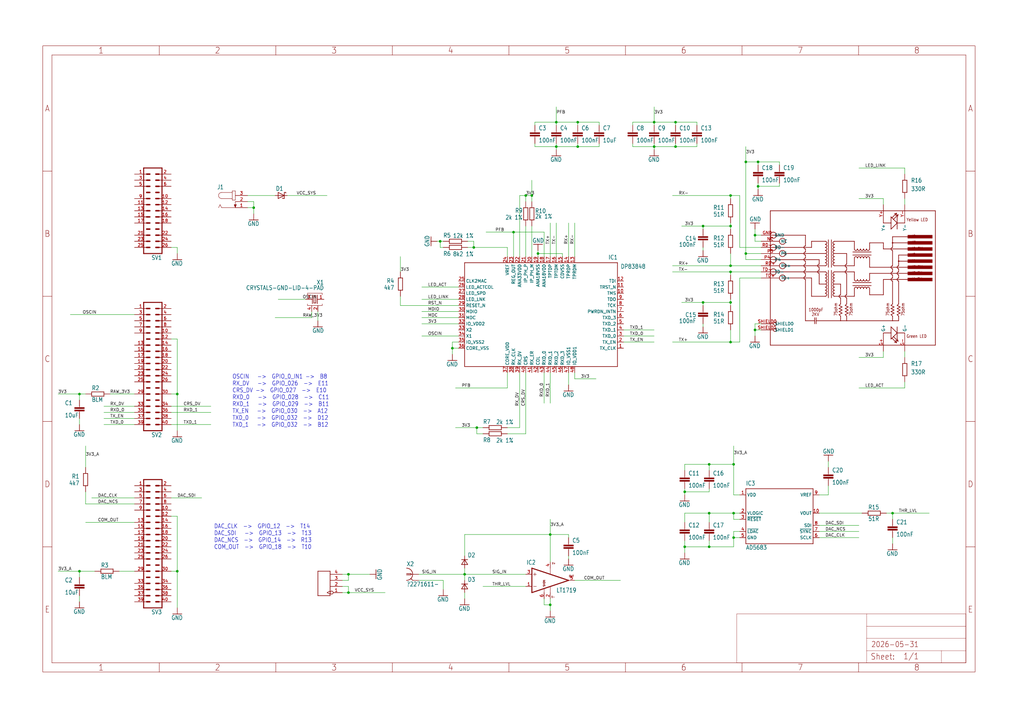
<source format=kicad_sch>
(kicad_sch (version 20230121) (generator eeschema)
  (paper "User" 425.45 298.602)
  (junction (at 304.8 193.04))
  (junction (at 271.78 50.8))
  (junction (at 271.78 60.96))
  (junction (at 223.52 105.41))
  (junction (at 182.88 100.33))
  (junction (at 240.03 60.96))
  (junction (at 280.67 50.8))
  (junction (at 309.88 105.41))
  (junction (at 313.69 97.79))
  (junction (at 196.85 102.87))
  (junction (at 294.64 213.36))
  (junction (at 303.53 93.98))
  (junction (at 218.44 81.28))
  (junction (at 303.53 110.49))
  (junction (at 309.88 67.31))
  (junction (at 193.04 238.76))
  (junction (at 303.53 81.28))
  (junction (at 231.14 60.96))
  (junction (at 231.14 50.8))
  (junction (at 292.1 125.73))
  (junction (at 213.36 96.52))
  (junction (at 303.53 113.03))
  (junction (at 313.69 137.16))
  (junction (at 314.96 67.31))
  (junction (at 33.02 163.83))
  (junction (at 314.96 77.47))
  (junction (at 144.78 238.76))
  (junction (at 220.98 81.28))
  (junction (at 304.8 213.36))
  (junction (at 33.02 237.49))
  (junction (at 105.41 86.36))
  (junction (at 303.53 142.24))
  (junction (at 284.48 204.47))
  (junction (at 280.67 60.96))
  (junction (at 198.12 177.8))
  (junction (at 370.84 213.36))
  (junction (at 304.8 223.52))
  (junction (at 73.66 237.49))
  (junction (at 240.03 50.8))
  (junction (at 292.1 93.98))
  (junction (at 144.78 246.38))
  (junction (at 228.6 251.46))
  (junction (at 294.64 193.04))
  (junction (at 228.6 222.25))
  (junction (at 284.48 227.33))
  (junction (at 73.66 163.83))
  (junction (at 303.53 125.73))
  (junction (at 294.64 227.33))
  (junction (at 187.96 144.78))
  (wire (pts (xy 271.78 52.07) (xy 271.78 50.8)) (stroke (width 0.1524)))
  (wire (pts (xy 222.25 50.8) (xy 231.14 50.8)) (stroke (width 0.1524)))
  (wire (pts (xy 228.6 106.68) (xy 228.6 92.71)) (stroke (width 0.1524)))
  (wire (pts (xy 182.88 100.33) (xy 181.61 100.33)) (stroke (width 0.1524)))
  (wire (pts (xy 262.89 60.96) (xy 271.78 60.96)) (stroke (width 0.1524)))
  (wire (pts (xy 213.36 106.68) (xy 213.36 96.52)) (stroke (width 0.1524)))
  (wire (pts (xy 307.34 81.28) (xy 303.53 81.28)) (stroke (width 0.1524)))
  (wire (pts (xy 193.04 236.22) (xy 193.04 238.76)) (stroke (width 0.1524)))
  (wire (pts (xy 228.6 251.46) (xy 228.6 254)) (stroke (width 0.1524)))
  (wire (pts (xy 226.06 96.52) (xy 213.36 96.52)) (stroke (width 0.1524)))
  (wire (pts (xy 144.78 238.76) (xy 153.67 238.76)) (stroke (width 0.1524)))
  (wire (pts (xy 313.69 100.33) (xy 313.69 97.79)) (stroke (width 0.1524)))
  (wire (pts (xy 303.53 113.03) (xy 279.4 113.03)) (stroke (width 0.1524)))
  (wire (pts (xy 236.22 231.14) (xy 236.22 232.41)) (stroke (width 0.1524)))
  (wire (pts (xy 71.12 171.45) (xy 87.63 171.45)) (stroke (width 0.1524)))
  (wire (pts (xy 303.53 92.71) (xy 303.53 93.98)) (stroke (width 0.1524)))
  (wire (pts (xy 303.53 137.16) (xy 303.53 142.24)) (stroke (width 0.1524)))
  (wire (pts (xy 370.84 213.36) (xy 386.08 213.36)) (stroke (width 0.1524)))
  (wire (pts (xy 262.89 52.07) (xy 262.89 50.8)) (stroke (width 0.1524)))
  (wire (pts (xy 45.72 163.83) (xy 55.88 163.83)) (stroke (width 0.1524)))
  (wire (pts (xy 55.88 207.01) (xy 38.1 207.01)) (stroke (width 0.1524)))
  (wire (pts (xy 119.38 81.28) (xy 135.89 81.28)) (stroke (width 0.1524)))
  (wire (pts (xy 142.24 243.84) (xy 144.78 243.84)) (stroke (width 0.1524)))
  (wire (pts (xy 304.8 223.52) (xy 304.8 227.33)) (stroke (width 0.1524)))
  (wire (pts (xy 304.8 213.36) (xy 294.64 213.36)) (stroke (width 0.1524)))
  (wire (pts (xy 184.15 100.33) (xy 182.88 100.33)) (stroke (width 0.1524)))
  (wire (pts (xy 248.92 52.07) (xy 248.92 50.8)) (stroke (width 0.1524)))
  (wire (pts (xy 215.9 106.68) (xy 215.9 81.28)) (stroke (width 0.1524)))
  (wire (pts (xy 314.96 68.58) (xy 314.96 67.31)) (stroke (width 0.1524)))
  (wire (pts (xy 309.88 107.95) (xy 309.88 105.41)) (stroke (width 0.1524)))
  (wire (pts (xy 33.02 163.83) (xy 35.56 163.83)) (stroke (width 0.1524)))
  (wire (pts (xy 194.31 102.87) (xy 196.85 102.87)) (stroke (width 0.1524)))
  (wire (pts (xy 200.66 177.8) (xy 198.12 177.8)) (stroke (width 0.1524)))
  (wire (pts (xy 294.64 203.2) (xy 294.64 204.47)) (stroke (width 0.1524)))
  (wire (pts (xy 307.34 142.24) (xy 303.53 142.24)) (stroke (width 0.1524)))
  (wire (pts (xy 233.68 106.68) (xy 233.68 105.41)) (stroke (width 0.1524)))
  (wire (pts (xy 71.12 163.83) (xy 73.66 163.83)) (stroke (width 0.1524)))
  (wire (pts (xy 262.89 50.8) (xy 271.78 50.8)) (stroke (width 0.1524)))
  (wire (pts (xy 280.67 60.96) (xy 280.67 59.69)) (stroke (width 0.1524)))
  (wire (pts (xy 370.84 223.52) (xy 370.84 226.06)) (stroke (width 0.1524)))
  (wire (pts (xy 24.13 163.83) (xy 33.02 163.83)) (stroke (width 0.1524)))
  (wire (pts (xy 218.44 83.82) (xy 218.44 81.28)) (stroke (width 0.1524)))
  (wire (pts (xy 314.96 78.74) (xy 314.96 77.47)) (stroke (width 0.1524)))
  (wire (pts (xy 71.12 176.53) (xy 87.63 176.53)) (stroke (width 0.1524)))
  (wire (pts (xy 304.8 213.36) (xy 307.34 213.36)) (stroke (width 0.1524)))
  (wire (pts (xy 190.5 127) (xy 166.37 127)) (stroke (width 0.1524)))
  (wire (pts (xy 323.85 68.58) (xy 323.85 67.31)) (stroke (width 0.1524)))
  (wire (pts (xy 215.9 177.8) (xy 215.9 154.94)) (stroke (width 0.1524)))
  (wire (pts (xy 33.02 237.49) (xy 39.37 237.49)) (stroke (width 0.1524)))
  (wire (pts (xy 228.6 233.68) (xy 228.6 222.25)) (stroke (width 0.1524)))
  (wire (pts (xy 340.36 218.44) (xy 356.87 218.44)) (stroke (width 0.1524)))
  (wire (pts (xy 35.56 194.31) (xy 35.56 185.42)) (stroke (width 0.1524)))
  (wire (pts (xy 316.23 100.33) (xy 313.69 100.33)) (stroke (width 0.1524)))
  (wire (pts (xy 71.12 140.97) (xy 73.66 140.97)) (stroke (width 0.1524)))
  (wire (pts (xy 218.44 154.94) (xy 218.44 180.34)) (stroke (width 0.1524)))
  (wire (pts (xy 248.92 59.69) (xy 248.92 60.96)) (stroke (width 0.1524)))
  (wire (pts (xy 238.76 241.3) (xy 257.81 241.3)) (stroke (width 0.1524)))
  (wire (pts (xy 129.54 129.54) (xy 129.54 132.08)) (stroke (width 0.1524)))
  (wire (pts (xy 190.5 142.24) (xy 187.96 142.24)) (stroke (width 0.1524)))
  (wire (pts (xy 226.06 248.92) (xy 226.06 251.46)) (stroke (width 0.1524)))
  (wire (pts (xy 33.02 166.37) (xy 33.02 163.83)) (stroke (width 0.1524)))
  (wire (pts (xy 284.48 227.33) (xy 284.48 224.79)) (stroke (width 0.1524)))
  (wire (pts (xy 144.78 246.38) (xy 142.24 246.38)) (stroke (width 0.1524)))
  (wire (pts (xy 240.03 60.96) (xy 248.92 60.96)) (stroke (width 0.1524)))
  (wire (pts (xy 228.6 248.92) (xy 228.6 251.46)) (stroke (width 0.1524)))
  (wire (pts (xy 215.9 81.28) (xy 218.44 81.28)) (stroke (width 0.1524)))
  (wire (pts (xy 210.82 161.29) (xy 189.23 161.29)) (stroke (width 0.1524)))
  (wire (pts (xy 190.5 139.7) (xy 175.26 139.7)) (stroke (width 0.1524)))
  (wire (pts (xy 49.53 237.49) (xy 55.88 237.49)) (stroke (width 0.1524)))
  (wire (pts (xy 218.44 106.68) (xy 218.44 93.98)) (stroke (width 0.1524)))
  (wire (pts (xy 375.92 158.75) (xy 375.92 161.29)) (stroke (width 0.1524)))
  (wire (pts (xy 193.04 231.14) (xy 193.04 222.25)) (stroke (width 0.1524)))
  (wire (pts (xy 367.03 146.05) (xy 367.03 148.59)) (stroke (width 0.1524)))
  (wire (pts (xy 194.31 100.33) (xy 196.85 100.33)) (stroke (width 0.1524)))
  (wire (pts (xy 222.25 52.07) (xy 222.25 50.8)) (stroke (width 0.1524)))
  (wire (pts (xy 316.23 102.87) (xy 307.34 102.87)) (stroke (width 0.1524)))
  (wire (pts (xy 375.92 85.09) (xy 375.92 82.55)) (stroke (width 0.1524)))
  (wire (pts (xy 190.5 129.54) (xy 175.26 129.54)) (stroke (width 0.1524)))
  (wire (pts (xy 309.88 105.41) (xy 309.88 67.31)) (stroke (width 0.1524)))
  (wire (pts (xy 240.03 60.96) (xy 240.03 59.69)) (stroke (width 0.1524)))
  (wire (pts (xy 210.82 154.94) (xy 210.82 161.29)) (stroke (width 0.1524)))
  (wire (pts (xy 344.17 194.31) (xy 344.17 191.77)) (stroke (width 0.1524)))
  (wire (pts (xy 307.34 220.98) (xy 304.8 220.98)) (stroke (width 0.1524)))
  (wire (pts (xy 226.06 251.46) (xy 228.6 251.46)) (stroke (width 0.1524)))
  (wire (pts (xy 55.88 173.99) (xy 43.18 173.99)) (stroke (width 0.1524)))
  (wire (pts (xy 303.53 114.3) (xy 303.53 113.03)) (stroke (width 0.1524)))
  (wire (pts (xy 73.66 214.63) (xy 73.66 237.49)) (stroke (width 0.1524)))
  (wire (pts (xy 283.21 93.98) (xy 292.1 93.98)) (stroke (width 0.1524)))
  (wire (pts (xy 280.67 60.96) (xy 289.56 60.96)) (stroke (width 0.1524)))
  (wire (pts (xy 231.14 50.8) (xy 240.03 50.8)) (stroke (width 0.1524)))
  (wire (pts (xy 236.22 223.52) (xy 236.22 222.25)) (stroke (width 0.1524)))
  (wire (pts (xy 73.66 163.83) (xy 73.66 179.07)) (stroke (width 0.1524)))
  (wire (pts (xy 294.64 195.58) (xy 294.64 193.04)) (stroke (width 0.1524)))
  (wire (pts (xy 367.03 85.09) (xy 367.03 82.55)) (stroke (width 0.1524)))
  (wire (pts (xy 314.96 77.47) (xy 323.85 77.47)) (stroke (width 0.1524)))
  (wire (pts (xy 71.12 207.01) (xy 83.82 207.01)) (stroke (width 0.1524)))
  (wire (pts (xy 218.44 243.84) (xy 200.66 243.84)) (stroke (width 0.1524)))
  (wire (pts (xy 292.1 135.89) (xy 292.1 134.62)) (stroke (width 0.1524)))
  (wire (pts (xy 144.78 246.38) (xy 160.02 246.38)) (stroke (width 0.1524)))
  (wire (pts (xy 142.24 241.3) (xy 144.78 241.3)) (stroke (width 0.1524)))
  (wire (pts (xy 303.53 82.55) (xy 303.53 81.28)) (stroke (width 0.1524)))
  (wire (pts (xy 303.53 110.49) (xy 279.4 110.49)) (stroke (width 0.1524)))
  (wire (pts (xy 187.96 144.78) (xy 187.96 147.32)) (stroke (width 0.1524)))
  (wire (pts (xy 144.78 243.84) (xy 144.78 246.38)) (stroke (width 0.1524)))
  (wire (pts (xy 166.37 123.19) (xy 166.37 127)) (stroke (width 0.1524)))
  (wire (pts (xy 198.12 180.34) (xy 198.12 177.8)) (stroke (width 0.1524)))
  (wire (pts (xy 367.03 148.59) (xy 356.87 148.59)) (stroke (width 0.1524)))
  (wire (pts (xy 222.25 60.96) (xy 231.14 60.96)) (stroke (width 0.1524)))
  (wire (pts (xy 307.34 215.9) (xy 304.8 215.9)) (stroke (width 0.1524)))
  (wire (pts (xy 55.88 130.81) (xy 29.21 130.81)) (stroke (width 0.1524)))
  (wire (pts (xy 142.24 238.76) (xy 144.78 238.76)) (stroke (width 0.1524)))
  (wire (pts (xy 240.03 50.8) (xy 248.92 50.8)) (stroke (width 0.1524)))
  (wire (pts (xy 231.14 60.96) (xy 240.03 60.96)) (stroke (width 0.1524)))
  (wire (pts (xy 303.53 81.28) (xy 279.4 81.28)) (stroke (width 0.1524)))
  (wire (pts (xy 222.25 59.69) (xy 222.25 60.96)) (stroke (width 0.1524)))
  (wire (pts (xy 323.85 77.47) (xy 323.85 76.2)) (stroke (width 0.1524)))
  (wire (pts (xy 218.44 238.76) (xy 193.04 238.76)) (stroke (width 0.1524)))
  (wire (pts (xy 289.56 60.96) (xy 289.56 59.69)) (stroke (width 0.1524)))
  (wire (pts (xy 71.12 237.49) (xy 73.66 237.49)) (stroke (width 0.1524)))
  (wire (pts (xy 284.48 213.36) (xy 294.64 213.36)) (stroke (width 0.1524)))
  (wire (pts (xy 71.12 168.91) (xy 87.63 168.91)) (stroke (width 0.1524)))
  (wire (pts (xy 304.8 223.52) (xy 307.34 223.52)) (stroke (width 0.1524)))
  (wire (pts (xy 228.6 154.94) (xy 228.6 167.64)) (stroke (width 0.1524)))
  (wire (pts (xy 292.1 125.73) (xy 303.53 125.73)) (stroke (width 0.1524)))
  (wire (pts (xy 292.1 95.25) (xy 292.1 93.98)) (stroke (width 0.1524)))
  (wire (pts (xy 340.36 205.74) (xy 344.17 205.74)) (stroke (width 0.1524)))
  (wire (pts (xy 375.92 148.59) (xy 375.92 146.05)) (stroke (width 0.1524)))
  (wire (pts (xy 210.82 106.68) (xy 210.82 102.87)) (stroke (width 0.1524)))
  (wire (pts (xy 271.78 60.96) (xy 280.67 60.96)) (stroke (width 0.1524)))
  (wire (pts (xy 236.22 222.25) (xy 228.6 222.25)) (stroke (width 0.1524)))
  (wire (pts (xy 213.36 96.52) (xy 201.93 96.52)) (stroke (width 0.1524)))
  (wire (pts (xy 231.14 62.23) (xy 231.14 60.96)) (stroke (width 0.1524)))
  (wire (pts (xy 231.14 52.07) (xy 231.14 50.8)) (stroke (width 0.1524)))
  (wire (pts (xy 303.53 93.98) (xy 303.53 95.25)) (stroke (width 0.1524)))
  (wire (pts (xy 55.88 168.91) (xy 43.18 168.91)) (stroke (width 0.1524)))
  (wire (pts (xy 71.12 102.87) (xy 73.66 102.87)) (stroke (width 0.1524)))
  (wire (pts (xy 340.36 213.36) (xy 358.14 213.36)) (stroke (width 0.1524)))
  (wire (pts (xy 35.56 209.55) (xy 35.56 204.47)) (stroke (width 0.1524)))
  (wire (pts (xy 340.36 223.52) (xy 356.87 223.52)) (stroke (width 0.1524)))
  (wire (pts (xy 284.48 205.74) (xy 284.48 204.47)) (stroke (width 0.1524)))
  (wire (pts (xy 284.48 193.04) (xy 294.64 193.04)) (stroke (width 0.1524)))
  (wire (pts (xy 307.34 205.74) (xy 304.8 205.74)) (stroke (width 0.1524)))
  (wire (pts (xy 316.23 110.49) (xy 303.53 110.49)) (stroke (width 0.1524)))
  (wire (pts (xy 73.66 102.87) (xy 73.66 105.41)) (stroke (width 0.1524)))
  (wire (pts (xy 33.02 250.19) (xy 33.02 247.65)) (stroke (width 0.1524)))
  (wire (pts (xy 102.87 81.28) (xy 114.3 81.28)) (stroke (width 0.1524)))
  (wire (pts (xy 231.14 106.68) (xy 231.14 92.71)) (stroke (width 0.1524)))
  (wire (pts (xy 316.23 137.16) (xy 313.69 137.16)) (stroke (width 0.1524)))
  (wire (pts (xy 193.04 222.25) (xy 228.6 222.25)) (stroke (width 0.1524)))
  (wire (pts (xy 210.82 177.8) (xy 215.9 177.8)) (stroke (width 0.1524)))
  (wire (pts (xy 102.87 83.82) (xy 105.41 83.82)) (stroke (width 0.1524)))
  (wire (pts (xy 129.54 132.08) (xy 114.3 132.08)) (stroke (width 0.1524)))
  (wire (pts (xy 316.23 115.57) (xy 307.34 115.57)) (stroke (width 0.1524)))
  (wire (pts (xy 166.37 113.03) (xy 166.37 106.68)) (stroke (width 0.1524)))
  (wire (pts (xy 182.88 102.87) (xy 182.88 100.33)) (stroke (width 0.1524)))
  (wire (pts (xy 340.36 220.98) (xy 356.87 220.98)) (stroke (width 0.1524)))
  (wire (pts (xy 223.52 105.41) (xy 223.52 104.14)) (stroke (width 0.1524)))
  (wire (pts (xy 55.88 217.17) (xy 35.56 217.17)) (stroke (width 0.1524)))
  (wire (pts (xy 190.5 132.08) (xy 175.26 132.08)) (stroke (width 0.1524)))
  (wire (pts (xy 55.88 171.45) (xy 43.18 171.45)) (stroke (width 0.1524)))
  (wire (pts (xy 316.23 107.95) (xy 309.88 107.95)) (stroke (width 0.1524)))
  (wire (pts (xy 271.78 62.23) (xy 271.78 60.96)) (stroke (width 0.1524)))
  (wire (pts (xy 259.08 139.7) (xy 271.78 139.7)) (stroke (width 0.1524)))
  (wire (pts (xy 280.67 50.8) (xy 289.56 50.8)) (stroke (width 0.1524)))
  (wire (pts (xy 193.04 241.3) (xy 193.04 238.76)) (stroke (width 0.1524)))
  (wire (pts (xy 220.98 74.93) (xy 220.98 81.28)) (stroke (width 0.1524)))
  (wire (pts (xy 368.3 213.36) (xy 370.84 213.36)) (stroke (width 0.1524)))
  (wire (pts (xy 284.48 195.58) (xy 284.48 193.04)) (stroke (width 0.1524)))
  (wire (pts (xy 220.98 106.68) (xy 220.98 93.98)) (stroke (width 0.1524)))
  (wire (pts (xy 304.8 205.74) (xy 304.8 193.04)) (stroke (width 0.1524)))
  (wire (pts (xy 259.08 142.24) (xy 271.78 142.24)) (stroke (width 0.1524)))
  (wire (pts (xy 314.96 67.31) (xy 309.88 67.31)) (stroke (width 0.1524)))
  (wire (pts (xy 304.8 227.33) (xy 294.64 227.33)) (stroke (width 0.1524)))
  (wire (pts (xy 313.69 97.79) (xy 313.69 95.25)) (stroke (width 0.1524)))
  (wire (pts (xy 132.08 133.35) (xy 132.08 129.54)) (stroke (width 0.1524)))
  (wire (pts (xy 228.6 222.25) (xy 228.6 215.9)) (stroke (width 0.1524)))
  (wire (pts (xy 226.06 154.94) (xy 226.06 167.64)) (stroke (width 0.1524)))
  (wire (pts (xy 144.78 241.3) (xy 144.78 238.76)) (stroke (width 0.1524)))
  (wire (pts (xy 284.48 217.17) (xy 284.48 213.36)) (stroke (width 0.1524)))
  (wire (pts (xy 283.21 125.73) (xy 292.1 125.73)) (stroke (width 0.1524)))
  (wire (pts (xy 307.34 102.87) (xy 307.34 81.28)) (stroke (width 0.1524)))
  (wire (pts (xy 238.76 154.94) (xy 238.76 157.48)) (stroke (width 0.1524)))
  (wire (pts (xy 271.78 44.45) (xy 271.78 50.8)) (stroke (width 0.1524)))
  (wire (pts (xy 289.56 50.8) (xy 289.56 52.07)) (stroke (width 0.1524)))
  (wire (pts (xy 238.76 157.48) (xy 247.65 157.48)) (stroke (width 0.1524)))
  (wire (pts (xy 33.02 176.53) (xy 33.02 173.99)) (stroke (width 0.1524)))
  (wire (pts (xy 193.04 248.92) (xy 193.04 246.38)) (stroke (width 0.1524)))
  (wire (pts (xy 220.98 83.82) (xy 220.98 81.28)) (stroke (width 0.1524)))
  (wire (pts (xy 314.96 76.2) (xy 314.96 77.47)) (stroke (width 0.1524)))
  (wire (pts (xy 367.03 82.55) (xy 356.87 82.55)) (stroke (width 0.1524)))
  (wire (pts (xy 316.23 113.03) (xy 303.53 113.03)) (stroke (width 0.1524)))
  (wire (pts (xy 102.87 86.36) (xy 105.41 86.36)) (stroke (width 0.1524)))
  (wire (pts (xy 375.92 161.29) (xy 356.87 161.29)) (stroke (width 0.1524)))
  (wire (pts (xy 184.15 241.3) (xy 184.15 245.11)) (stroke (width 0.1524)))
  (wire (pts (xy 184.15 102.87) (xy 182.88 102.87)) (stroke (width 0.1524)))
  (wire (pts (xy 313.69 134.62) (xy 316.23 134.62)) (stroke (width 0.1524)))
  (wire (pts (xy 24.13 237.49) (xy 33.02 237.49)) (stroke (width 0.1524)))
  (wire (pts (xy 105.41 83.82) (xy 105.41 86.36)) (stroke (width 0.1524)))
  (wire (pts (xy 303.53 105.41) (xy 303.53 110.49)) (stroke (width 0.1524)))
  (wire (pts (xy 280.67 50.8) (xy 271.78 50.8)) (stroke (width 0.1524)))
  (wire (pts (xy 240.03 52.07) (xy 240.03 50.8)) (stroke (width 0.1524)))
  (wire (pts (xy 294.64 224.79) (xy 294.64 227.33)) (stroke (width 0.1524)))
  (wire (pts (xy 284.48 204.47) (xy 284.48 203.2)) (stroke (width 0.1524)))
  (wire (pts (xy 316.23 97.79) (xy 313.69 97.79)) (stroke (width 0.1524)))
  (wire (pts (xy 303.53 124.46) (xy 303.53 125.73)) (stroke (width 0.1524)))
  (wire (pts (xy 292.1 93.98) (xy 303.53 93.98)) (stroke (width 0.1524)))
  (wire (pts (xy 73.66 140.97) (xy 73.66 163.83)) (stroke (width 0.1524)))
  (wire (pts (xy 323.85 67.31) (xy 314.96 67.31)) (stroke (width 0.1524)))
  (wire (pts (xy 210.82 102.87) (xy 196.85 102.87)) (stroke (width 0.1524)))
  (wire (pts (xy 71.12 214.63) (xy 73.66 214.63)) (stroke (width 0.1524)))
  (wire (pts (xy 231.14 59.69) (xy 231.14 60.96)) (stroke (width 0.1524)))
  (wire (pts (xy 309.88 67.31) (xy 309.88 60.96)) (stroke (width 0.1524)))
  (wire (pts (xy 303.53 142.24) (xy 279.4 142.24)) (stroke (width 0.1524)))
  (wire (pts (xy 313.69 137.16) (xy 313.69 134.62)) (stroke (width 0.1524)))
  (wire (pts (xy 200.66 180.34) (xy 198.12 180.34)) (stroke (width 0.1524)))
  (wire (pts (xy 233.68 105.41) (xy 223.52 105.41)) (stroke (width 0.1524)))
  (wire (pts (xy 284.48 229.87) (xy 284.48 227.33)) (stroke (width 0.1524)))
  (wire (pts (xy 190.5 144.78) (xy 187.96 144.78)) (stroke (width 0.1524)))
  (wire (pts (xy 223.52 106.68) (xy 223.52 105.41)) (stroke (width 0.1524)))
  (wire (pts (xy 316.23 105.41) (xy 309.88 105.41)) (stroke (width 0.1524)))
  (wire (pts (xy 294.64 227.33) (xy 284.48 227.33)) (stroke (width 0.1524)))
  (wire (pts (xy 304.8 220.98) (xy 304.8 223.52)) (stroke (width 0.1524)))
  (wire (pts (xy 303.53 125.73) (xy 303.53 127)) (stroke (width 0.1524)))
  (wire (pts (xy 187.96 142.24) (xy 187.96 144.78)) (stroke (width 0.1524)))
  (wire (pts (xy 313.69 139.7) (xy 313.69 137.16)) (stroke (width 0.1524)))
  (wire (pts (xy 33.02 240.03) (xy 33.02 237.49)) (stroke (width 0.1524)))
  (wire (pts (xy 292.1 127) (xy 292.1 125.73)) (stroke (width 0.1524)))
  (wire (pts (xy 294.64 213.36) (xy 294.64 217.17)) (stroke (width 0.1524)))
  (wire (pts (xy 304.8 185.42) (xy 304.8 193.04)) (stroke (width 0.1524)))
  (wire (pts (xy 236.22 106.68) (xy 236.22 92.71)) (stroke (width 0.1524)))
  (wire (pts (xy 236.22 160.02) (xy 236.22 154.94)) (stroke (width 0.1524)))
  (wire (pts (xy 280.67 52.07) (xy 280.67 50.8)) (stroke (width 0.1524)))
  (wire (pts (xy 292.1 104.14) (xy 292.1 102.87)) (stroke (width 0.1524)))
  (wire (pts (xy 370.84 213.36) (xy 370.84 215.9)) (stroke (width 0.1524)))
  (wire (pts (xy 344.17 205.74) (xy 344.17 201.93)) (stroke (width 0.1524)))
  (wire (pts (xy 218.44 81.28) (xy 220.98 81.28)) (stroke (width 0.1524)))
  (wire (pts (xy 375.92 69.85) (xy 356.87 69.85)) (stroke (width 0.1524)))
  (wire (pts (xy 294.64 193.04) (xy 304.8 193.04)) (stroke (width 0.1524)))
  (wire (pts (xy 173.99 241.3) (xy 184.15 241.3)) (stroke (width 0.1524)))
  (wire (pts (xy 259.08 137.16) (xy 271.78 137.16)) (stroke (width 0.1524)))
  (wire (pts (xy 307.34 115.57) (xy 307.34 142.24)) (stroke (width 0.1524)))
  (wire (pts (xy 55.88 209.55) (xy 35.56 209.55)) (stroke (width 0.1524)))
  (wire (pts (xy 271.78 59.69) (xy 271.78 60.96)) (stroke (width 0.1524)))
  (wire (pts (xy 262.89 59.69) (xy 262.89 60.96)) (stroke (width 0.1524)))
  (wire (pts (xy 375.92 72.39) (xy 375.92 69.85)) (stroke (width 0.1524)))
  (wire (pts (xy 231.14 50.8) (xy 231.14 44.45)) (stroke (width 0.1524)))
  (wire (pts (xy 73.66 237.49) (xy 73.66 252.73)) (stroke (width 0.1524)))
  (wire (pts (xy 196.85 100.33) (xy 196.85 102.87)) (stroke (width 0.1524)))
  (wire (pts (xy 226.06 106.68) (xy 226.06 96.52)) (stroke (width 0.1524)))
  (wire (pts (xy 190.5 124.46) (xy 175.26 124.46)) (stroke (width 0.1524)))
  (wire (pts (xy 190.5 119.38) (xy 175.26 119.38)) (stroke (width 0.1524)))
  (wire (pts (xy 304.8 215.9) (xy 304.8 213.36)) (stroke (width 0.1524)))
  (wire (pts (xy 294.64 204.47) (xy 284.48 204.47)) (stroke (width 0.1524)))
  (wire (pts (xy 190.5 134.62) (xy 175.26 134.62)) (stroke (width 0.1524)))
  (wire (pts (xy 210.82 180.34) (xy 218.44 180.34)) (stroke (width 0.1524)))
  (wire (pts (xy 55.88 176.53) (xy 43.18 176.53)) (stroke (width 0.1524)))
  (wire (pts (xy 238.76 106.68) (xy 238.76 92.71)) (stroke (width 0.1524)))
  (wire (pts (xy 173.99 238.76) (xy 193.04 238.76)) (stroke (width 0.1524)))
  (wire (pts (xy 105.41 86.36) (xy 105.41 88.9)) (stroke (width 0.1524)))
  (wire (pts (xy 127 124.46) (xy 115.57 124.46)) (stroke (width 0.1524)))
  (wire (pts (xy 189.23 177.8) (xy 198.12 177.8)) (stroke (width 0.1524)))
  (text "DAC_CLK  ->  GPIO_12  ->  T14\nDAC_SDI   ->  GPIO_13  ->  T13\nDAC_NCS  ->  GPIO_14  ->  R13\nCOM_OUT  ->  GPIO_18  ->  T10" (at 88.9 228.6 0) (effects (font (size 1.778 1.5113)) (justify left bottom)))
  (text "OSCIN   ->  GPIO_0_IN1 ->  B8\nRX_DV   ->  GPIO_026  ->  E11\nCRS_DV ->  GPIO_027  ->  E10\nRXD_0   ->  GPIO_028  ->  C11\nRXD_1   ->  GPIO_029  ->  B11\nTX_EN   ->  GPIO_030  ->  A12\nTXD_0   ->  GPIO_032  ->  D12\nTXD_1   ->  GPIO_032  ->  B12" (at 96.52 177.8 0) (effects (font (size 1.778 1.5113)) (justify left bottom)))
  (label "3V3" (at 271.78 47.625 0) (effects (font (size 1.2446 1.2446))))
  (label "TXD_1" (at 261.62 137.16 0) (effects (font (size 1.2446 1.2446))))
  (label "3V3" (at 191.77 177.8 0) (effects (font (size 1.2446 1.2446))))
  (label "3V3" (at 309.88 64.135 0) (effects (font (size 1.2446 1.2446))))
  (label "3V3_A" (at 228.6 219.075 0) (effects (font (size 1.2446 1.2446))))
  (label "RX+" (at 281.94 110.49 0) (effects (font (size 1.2446 1.2446))))
  (label "RX-" (at 281.94 81.28 0) (effects (font (size 1.2446 1.2446))))
  (label "DAC_CLK" (at 40.64 207.01 0) (effects (font (size 1.2446 1.2446))))
  (label "COM_OUT" (at 40.64 217.17 0) (effects (font (size 1.2446 1.2446))))
  (label "THR_LVL" (at 204.47 243.84 0) (effects (font (size 1.2446 1.2446))))
  (label "TXD_1" (at 76.2 176.53 0) (effects (font (size 1.2446 1.2446))))
  (label "CRS_DV" (at 76.2 168.91 0) (effects (font (size 1.2446 1.2446))))
  (label "LED_LINK" (at 359.41 69.85 0) (effects (font (size 1.2446 1.2446))))
  (label "DAC_SDI" (at 73.66 207.01 0) (effects (font (size 1.2446 1.2446))))
  (label "DAC_CLK" (at 342.9 223.52 0) (effects (font (size 1.2446 1.2446))))
  (label "TX-" (at 281.94 113.03 0) (effects (font (size 1.2446 1.2446))))
  (label "MDC" (at 177.8 132.08 0) (effects (font (size 1.2446 1.2446))))
  (label "3V3" (at 24.13 163.83 0) (effects (font (size 1.2446 1.2446))))
  (label "CRS_DV" (at 218.44 168.91 90) (effects (font (size 1.2446 1.2446))))
  (label "VCC_SYS" (at 123.19 81.28 0) (effects (font (size 1.2446 1.2446))))
  (label "3V3_A" (at 304.8 189.23 0) (effects (font (size 1.2446 1.2446))))
  (label "LED_ACT" (at 177.8 119.38 0) (effects (font (size 1.2446 1.2446))))
  (label "RX-" (at 238.76 101.6 90) (effects (font (size 1.2446 1.2446))))
  (label "RST_N" (at 177.8 127 0) (effects (font (size 1.2446 1.2446))))
  (label "3V3" (at 284.48 125.73 0) (effects (font (size 1.2446 1.2446))))
  (label "OSCIN" (at 177.8 139.7 0) (effects (font (size 1.2446 1.2446))))
  (label "3V3" (at 177.8 134.62 0) (effects (font (size 1.2446 1.2446))))
  (label "RXD_1" (at 228.6 165.1 90) (effects (font (size 1.2446 1.2446))))
  (label "RX_DV" (at 45.72 168.91 0) (effects (font (size 1.2446 1.2446))))
  (label "TX+" (at 281.94 142.24 0) (effects (font (size 1.2446 1.2446))))
  (label "LED_LINK" (at 177.8 124.46 0) (effects (font (size 1.2446 1.2446))))
  (label "3V3" (at 284.48 93.98 0) (effects (font (size 1.2446 1.2446))))
  (label "PFB" (at 191.77 161.29 0) (effects (font (size 1.2446 1.2446))))
  (label "PFB" (at 205.74 96.52 0) (effects (font (size 1.2446 1.2446))))
  (label "SIG_IN" (at 204.47 238.76 0) (effects (font (size 1.2446 1.2446))))
  (label "COM_OUT" (at 242.57 241.3 0) (effects (font (size 1.2446 1.2446))))
  (label "3V3_A" (at 24.13 237.49 0) (effects (font (size 1.2446 1.2446))))
  (label "TX-" (at 231.14 101.6 90) (effects (font (size 1.2446 1.2446))))
  (label "TX_EN" (at 45.72 173.99 0) (effects (font (size 1.2446 1.2446))))
  (label "RXD_0" (at 226.06 165.1 90) (effects (font (size 1.2446 1.2446))))
  (label "RX_DV" (at 215.9 168.91 90) (effects (font (size 1.2446 1.2446))))
  (label "SIG_IN" (at 175.26 238.76 0) (effects (font (size 1.2446 1.2446))))
  (label "THR_LVL" (at 373.38 213.36 0) (effects (font (size 1.2446 1.2446))))
  (label "RXD_1" (at 76.2 171.45 0) (effects (font (size 1.2446 1.2446))))
  (label "OSCIN" (at 125.73 124.46 0) (effects (font (size 1.2446 1.2446))))
  (label "PFB" (at 231.14 47.625 0) (effects (font (size 1.2446 1.2446))))
  (label "3V3" (at 359.41 148.59 0) (effects (font (size 1.2446 1.2446))))
  (label "3V3" (at 359.41 82.55 0) (effects (font (size 1.2446 1.2446))))
  (label "3V3" (at 218.44 81.28 0) (effects (font (size 1.2446 1.2446))))
  (label "DAC_NCS" (at 40.64 209.55 0) (effects (font (size 1.2446 1.2446))))
  (label "TXD_0" (at 261.62 139.7 0) (effects (font (size 1.2446 1.2446))))
  (label "RAW_3V3" (at 45.72 163.83 0) (effects (font (size 1.2446 1.2446))))
  (label "RXD_0" (at 45.72 171.45 0) (effects (font (size 1.2446 1.2446))))
  (label "VCC_SYS" (at 147.32 246.38 0) (effects (font (size 1.2446 1.2446))))
  (label "TX+" (at 228.6 101.6 90) (effects (font (size 1.2446 1.2446))))
  (label "DAC_SDI" (at 342.9 218.44 0) (effects (font (size 1.2446 1.2446))))
  (label "RX+" (at 236.22 101.6 90) (effects (font (size 1.2446 1.2446))))
  (label "LED_ACT" (at 359.41 161.29 0) (effects (font (size 1.2446 1.2446))))
  (label "DAC_NCS" (at 342.9 220.98 0) (effects (font (size 1.2446 1.2446))))
  (label "3V3" (at 166.37 113.03 0) (effects (font (size 1.2446 1.2446))))
  (label "MDIO" (at 177.8 129.54 0) (effects (font (size 1.2446 1.2446))))
  (label "TXD_0" (at 45.72 176.53 0) (effects (font (size 1.2446 1.2446))))
  (label "3V3_A" (at 35.56 189.865 0) (effects (font (size 1.2446 1.2446))))
  (label "RAW_3V3" (at 125.73 132.08 0) (effects (font (size 1.2446 1.2446))))
  (label "3V3" (at 241.3 157.48 0) (effects (font (size 1.2446 1.2446))))
  (label "OSCIN" (at 34.29 130.81 0) (effects (font (size 1.2446 1.2446))))
  (label "TX_EN" (at 261.62 142.24 0) (effects (font (size 1.2446 1.2446))))
  (symbol (lib_id "de0-nano_RMII-eagle-import:C-EUC0603") (at 294.64 219.71 0) (unit 1)
    (property "Reference" "C17" (at 296.164 219.329 0) (effects (font (size 1.778 1.5113)) (justify left bottom)))
    (property "Value" "100nF" (at 296.164 224.409 0) (effects (font (size 1.778 1.5113)) (justify left bottom)))
    (property "Footprint" "de0-nano_RMII:C0603" (effects hide))
  )
  (symbol (lib_id "de0-nano_RMII-eagle-import:R-EU_R0603") (at 44.45 237.49 0) (unit 1)
    (property "Reference" "R3" (at 41.91 235.9914 0) (effects (font (size 1.778 1.5113)) (justify left bottom)))
    (property "Value" "BLM" (at 41.91 240.792 0) (effects (font (size 1.778 1.5113)) (justify left bottom)))
    (property "Footprint" "de0-nano_RMII:R0603" (effects hide))
  )
  (symbol (lib_id "de0-nano_RMII-eagle-import:R-EU_R0603") (at 35.56 199.39 270) (unit 1)
    (property "Reference" "R1" (at 33.02 197.0786 90) (effects (font (size 1.778 1.5113)) (justify right top)))
    (property "Value" "4k7" (at 33.02 199.898 90) (effects (font (size 1.778 1.5113)) (justify right top)))
    (property "Footprint" "de0-nano_RMII:R0603" (effects hide))
  )
  (symbol (lib_id "de0-nano_RMII-eagle-import:C-EUC0603") (at 262.89 54.61 0) (unit 1)
    (property "Reference" "C8" (at 264.414 54.229 0) (effects (font (size 1.778 1.5113)) (justify left bottom)))
    (property "Value" "100nF" (at 264.414 59.309 0) (effects (font (size 1.778 1.5113)) (justify left bottom)))
    (property "Footprint" "de0-nano_RMII:C0603" (effects hide))
  )
  (symbol (lib_id "de0-nano_RMII-eagle-import:C-EUC0805") (at 33.02 168.91 0) (unit 1)
    (property "Reference" "C1" (at 26.924 168.529 0) (effects (font (size 1.778 1.5113)) (justify left bottom)))
    (property "Value" "10uF" (at 26.924 173.609 0) (effects (font (size 1.778 1.5113)) (justify left bottom)))
    (property "Footprint" "de0-nano_RMII:C0805" (effects hide))
  )
  (symbol (lib_id "de0-nano_RMII-eagle-import:C-EUC0603") (at 280.67 54.61 0) (unit 1)
    (property "Reference" "C10" (at 282.194 54.229 0) (effects (font (size 1.778 1.5113)) (justify left bottom)))
    (property "Value" "100nF" (at 282.194 59.309 0) (effects (font (size 1.778 1.5113)) (justify left bottom)))
    (property "Footprint" "de0-nano_RMII:C0603" (effects hide))
  )
  (symbol (lib_id "de0-nano_RMII-eagle-import:CRYSTALS-GND-LID-4-PAD") (at 132.08 124.46 0) (mirror y) (unit 1)
    (property "Reference" "X1" (at 134.62 118.364 0) (effects (font (size 1.778 1.5113)) (justify left bottom)))
    (property "Value" "CRYSTALS-GND-LID-4-PAD" (at 134.62 120.65 0) (effects (font (size 1.778 1.5113)) (justify left bottom)))
    (property "Footprint" "de0-nano_RMII:7.5X5-4-PAD" (effects hide))
  )
  (symbol (lib_id "de0-nano_RMII-eagle-import:C-EUC0603") (at 344.17 199.39 180) (unit 1)
    (property "Reference" "C20" (at 345.694 196.469 0) (effects (font (size 1.778 1.5113)) (justify right top)))
    (property "Value" "100nF" (at 345.694 201.549 0) (effects (font (size 1.778 1.5113)) (justify right top)))
    (property "Footprint" "de0-nano_RMII:C0603" (effects hide))
  )
  (symbol (lib_id "de0-nano_RMII-eagle-import:GND") (at 184.15 247.65 0) (unit 1)
    (property "Reference" "#GND10" (effects hide))
    (property "Value" "GND" (at 181.61 250.19 0) (effects (font (size 1.778 1.5113)) (justify left bottom)))
  )
  (symbol (lib_id "de0-nano_RMII-eagle-import:RJ45-HR911105A-HR911105A") (at 358.14 111.76 0) (unit 1)
    (property "Reference" "J3" (effects hide))
    (property "Value" "RJ45-HR911105A-HR911105A" (effects hide))
    (property "Footprint" "de0-nano_RMII:RJ45" (effects hide))
  )
  (symbol (lib_id "de0-nano_RMII-eagle-import:GND") (at 284.48 232.41 0) (unit 1)
    (property "Reference" "#GND20" (effects hide))
    (property "Value" "GND" (at 281.94 234.95 0) (effects (font (size 1.778 1.5113)) (justify left bottom)))
  )
  (symbol (lib_id "de0-nano_RMII-eagle-import:GND") (at 284.48 208.28 0) (unit 1)
    (property "Reference" "#GND19" (effects hide))
    (property "Value" "GND" (at 281.94 210.82 0) (effects (font (size 1.778 1.5113)) (justify left bottom)))
  )
  (symbol (lib_id "de0-nano_RMII-eagle-import:R-EU_R0603") (at 303.53 132.08 270) (unit 1)
    (property "Reference" "R14" (at 300.99 129.7686 90) (effects (font (size 1.778 1.5113)) (justify right top)))
    (property "Value" "51R" (at 300.99 132.588 90) (effects (font (size 1.778 1.5113)) (justify right top)))
    (property "Footprint" "de0-nano_RMII:R0603" (effects hide))
  )
  (symbol (lib_id "de0-nano_RMII-eagle-import:R-EU_R0603") (at 218.44 88.9 90) (unit 1)
    (property "Reference" "R9" (at 217.17 86.5886 90) (effects (font (size 1.778 1.5113)) (justify left bottom)))
    (property "Value" "2k 1%" (at 217.17 89.408 90) (effects (font (size 1.778 1.5113)) (justify left bottom)))
    (property "Footprint" "de0-nano_RMII:R0603" (effects hide))
  )
  (symbol (lib_id "de0-nano_RMII-eagle-import:GND") (at 73.66 255.27 0) (unit 1)
    (property "Reference" "#GND5" (effects hide))
    (property "Value" "GND" (at 71.12 257.81 0) (effects (font (size 1.778 1.5113)) (justify left bottom)))
  )
  (symbol (lib_id "de0-nano_RMII-eagle-import:C-EUC0603") (at 271.78 54.61 0) (unit 1)
    (property "Reference" "C9" (at 273.304 54.229 0) (effects (font (size 1.778 1.5113)) (justify left bottom)))
    (property "Value" "100nF" (at 273.304 59.309 0) (effects (font (size 1.778 1.5113)) (justify left bottom)))
    (property "Footprint" "de0-nano_RMII:C0603" (effects hide))
  )
  (symbol (lib_id "de0-nano_RMII-eagle-import:GND") (at 179.07 100.33 270) (unit 1)
    (property "Reference" "#GND9" (effects hide))
    (property "Value" "GND" (at 176.53 97.79 0) (effects (font (size 1.778 1.5113)) (justify left bottom)))
  )
  (symbol (lib_id "de0-nano_RMII-eagle-import:R-EU_R0603") (at 303.53 119.38 270) (unit 1)
    (property "Reference" "R13" (at 300.99 117.0686 90) (effects (font (size 1.778 1.5113)) (justify right top)))
    (property "Value" "51R" (at 300.99 119.888 90) (effects (font (size 1.778 1.5113)) (justify right top)))
    (property "Footprint" "de0-nano_RMII:R0603" (effects hide))
  )
  (symbol (lib_id "de0-nano_RMII-eagle-import:GND") (at 292.1 106.68 0) (unit 1)
    (property "Reference" "#GND21" (effects hide))
    (property "Value" "GND" (at 289.56 109.22 0) (effects (font (size 1.778 1.5113)) (justify left bottom)))
  )
  (symbol (lib_id "de0-nano_RMII-eagle-import:DP83848") (at 226.06 129.54 0) (unit 1)
    (property "Reference" "IC1" (at 252.73 107.95 0) (effects (font (size 1.778 1.5113)) (justify left bottom)))
    (property "Value" "DP83848" (at 257.81 111.76 0) (effects (font (size 1.778 1.5113)) (justify left bottom)))
    (property "Footprint" "de0-nano_RMII:LQFP48" (effects hide))
  )
  (symbol (lib_id "de0-nano_RMII-eagle-import:GND") (at 313.69 142.24 0) (unit 1)
    (property "Reference" "#GND24" (effects hide))
    (property "Value" "GND" (at 311.15 144.78 0) (effects (font (size 1.778 1.5113)) (justify left bottom)))
  )
  (symbol (lib_id "de0-nano_RMII-eagle-import:C-EUC0603") (at 323.85 71.12 0) (unit 1)
    (property "Reference" "C19" (at 325.374 70.739 0) (effects (font (size 1.778 1.5113)) (justify left bottom)))
    (property "Value" "100nF" (at 325.374 75.819 0) (effects (font (size 1.778 1.5113)) (justify left bottom)))
    (property "Footprint" "de0-nano_RMII:C0603" (effects hide))
  )
  (symbol (lib_id "de0-nano_RMII-eagle-import:GND") (at 156.21 238.76 90) (unit 1)
    (property "Reference" "#GND8" (effects hide))
    (property "Value" "GND" (at 158.75 241.3 0) (effects (font (size 1.778 1.5113)) (justify left bottom)))
  )
  (symbol (lib_id "de0-nano_RMII-eagle-import:R-EU_R0603") (at 40.64 163.83 0) (unit 1)
    (property "Reference" "R2" (at 38.1 162.3314 0) (effects (font (size 1.778 1.5113)) (justify left bottom)))
    (property "Value" "BLM" (at 38.1 167.132 0) (effects (font (size 1.778 1.5113)) (justify left bottom)))
    (property "Footprint" "de0-nano_RMII:R0603" (effects hide))
  )
  (symbol (lib_id "de0-nano_RMII-eagle-import:?2271611-") (at 171.45 238.76 0) (unit 1)
    (property "Reference" "X2" (at 168.91 235.458 0) (effects (font (size 1.778 1.5113)) (justify left bottom)))
    (property "Value" "?2271611-" (at 168.91 243.84 0) (effects (font (size 1.778 1.5113)) (justify left bottom)))
    (property "Footprint" "de0-nano_RMII:AMP_227161" (effects hide))
  )
  (symbol (lib_id "de0-nano_RMII-eagle-import:GND") (at 223.52 101.6 180) (unit 1)
    (property "Reference" "#GND13" (effects hide))
    (property "Value" "GND" (at 226.06 99.06 0) (effects (font (size 1.778 1.5113)) (justify left bottom)))
  )
  (symbol (lib_id "de0-nano_RMII-eagle-import:R-EU_R0603") (at 205.74 180.34 180) (unit 1)
    (property "Reference" "R8" (at 200.66 183.9214 0) (effects (font (size 1.778 1.5113)) (justify right top)))
    (property "Value" "2k 1%" (at 213.36 182.118 0) (effects (font (size 1.778 1.5113)) (justify left bottom)))
    (property "Footprint" "de0-nano_RMII:R0603" (effects hide))
  )
  (symbol (lib_id "de0-nano_RMII-eagle-import:GND") (at 314.96 81.28 0) (unit 1)
    (property "Reference" "#GND25" (effects hide))
    (property "Value" "GND" (at 312.42 83.82 0) (effects (font (size 1.778 1.5113)) (justify left bottom)))
  )
  (symbol (lib_id "de0-nano_RMII-eagle-import:A3L-LOC") (at 17.78 279.4 0) (unit 1)
    (property "Reference" "#FRAME1" (effects hide))
    (property "Value" "A3L-LOC" (effects hide))
  )
  (symbol (lib_id "de0-nano_RMII-eagle-import:R-EU_R0603") (at 375.92 153.67 90) (unit 1)
    (property "Reference" "R17" (at 378.46 152.1714 90) (effects (font (size 1.778 1.5113)) (justify right top)))
    (property "Value" "330R" (at 378.46 155.702 90) (effects (font (size 1.778 1.5113)) (justify right top)))
    (property "Footprint" "de0-nano_RMII:R0603" (effects hide))
  )
  (symbol (lib_id "de0-nano_RMII-eagle-import:AD5683") (at 322.58 213.36 0) (unit 1)
    (property "Reference" "IC3" (at 309.88 201.93 0) (effects (font (size 1.778 1.5113)) (justify left bottom)))
    (property "Value" "AD5683" (at 309.88 228.6 0) (effects (font (size 1.778 1.5113)) (justify left bottom)))
    (property "Footprint" "de0-nano_RMII:SO10" (effects hide))
  )
  (symbol (lib_id "de0-nano_RMII-eagle-import:C-EUC0603") (at 292.1 97.79 0) (unit 1)
    (property "Reference" "C14" (at 289.306 98.171 0) (effects (font (size 1.778 1.5113)) (justify right top)))
    (property "Value" "100nF" (at 289.306 100.711 0) (effects (font (size 1.778 1.5113)) (justify right top)))
    (property "Footprint" "de0-nano_RMII:C0603" (effects hide))
  )
  (symbol (lib_id "de0-nano_RMII-eagle-import:R-EU_R0603") (at 303.53 87.63 270) (unit 1)
    (property "Reference" "R11" (at 300.99 85.3186 90) (effects (font (size 1.778 1.5113)) (justify right top)))
    (property "Value" "51R" (at 300.99 88.138 90) (effects (font (size 1.778 1.5113)) (justify right top)))
    (property "Footprint" "de0-nano_RMII:R0603" (effects hide))
  )
  (symbol (lib_id "de0-nano_RMII-eagle-import:GND") (at 370.84 228.6 0) (unit 1)
    (property "Reference" "#GND27" (effects hide))
    (property "Value" "GND" (at 368.3 231.14 0) (effects (font (size 1.778 1.5113)) (justify left bottom)))
  )
  (symbol (lib_id "de0-nano_RMII-eagle-import:MA20-2_ALT") (at 63.5 153.67 180) (unit 1)
    (property "Reference" "SV2" (at 67.31 179.832 0) (effects (font (size 1.778 1.5113)) (justify left bottom)))
    (property "Value" "MA20-2_ALT" (effects hide))
    (property "Footprint" "de0-nano_RMII:MA20-2_ALT" (effects hide))
  )
  (symbol (lib_id "de0-nano_RMII-eagle-import:C-EUC0603") (at 284.48 219.71 0) (unit 1)
    (property "Reference" "C12" (at 286.004 219.329 0) (effects (font (size 1.778 1.5113)) (justify left bottom)))
    (property "Value" "100nF" (at 286.004 224.409 0) (effects (font (size 1.778 1.5113)) (justify left bottom)))
    (property "Footprint" "de0-nano_RMII:C0603" (effects hide))
  )
  (symbol (lib_id "de0-nano_RMII-eagle-import:R-EU_R0603") (at 375.92 77.47 90) (unit 1)
    (property "Reference" "R16" (at 378.46 75.9714 90) (effects (font (size 1.778 1.5113)) (justify right top)))
    (property "Value" "330R" (at 378.46 79.502 90) (effects (font (size 1.778 1.5113)) (justify right top)))
    (property "Footprint" "de0-nano_RMII:R0603" (effects hide))
  )
  (symbol (lib_id "de0-nano_RMII-eagle-import:R-EU_R0603") (at 205.74 177.8 180) (unit 1)
    (property "Reference" "R7" (at 200.66 176.3014 0) (effects (font (size 1.778 1.5113)) (justify right top)))
    (property "Value" "2k 1%" (at 213.36 174.498 0) (effects (font (size 1.778 1.5113)) (justify left bottom)))
    (property "Footprint" "de0-nano_RMII:R0603" (effects hide))
  )
  (symbol (lib_id "de0-nano_RMII-eagle-import:GND") (at 292.1 138.43 0) (unit 1)
    (property "Reference" "#GND22" (effects hide))
    (property "Value" "GND" (at 289.56 140.97 0) (effects (font (size 1.778 1.5113)) (justify left bottom)))
  )
  (symbol (lib_id "de0-nano_RMII-eagle-import:GND") (at 73.66 107.95 0) (unit 1)
    (property "Reference" "#GND3" (effects hide))
    (property "Value" "GND" (at 71.12 110.49 0) (effects (font (size 1.778 1.5113)) (justify left bottom)))
  )
  (symbol (lib_id "de0-nano_RMII-eagle-import:GND") (at 33.02 179.07 0) (unit 1)
    (property "Reference" "#GND1" (effects hide))
    (property "Value" "GND" (at 30.48 181.61 0) (effects (font (size 1.778 1.5113)) (justify left bottom)))
  )
  (symbol (lib_id "de0-nano_RMII-eagle-import:SCHOTTKY-DIODESMC") (at 116.84 81.28 0) (unit 1)
    (property "Reference" "D1" (at 114.554 79.375 0) (effects (font (size 1.778 1.5113)) (justify left bottom)))
    (property "Value" "SCHOTTKY-DIODESMC" (effects hide))
    (property "Footprint" "de0-nano_RMII:SMC" (effects hide))
  )
  (symbol (lib_id "de0-nano_RMII-eagle-import:C-EUC0603") (at 231.14 54.61 0) (unit 1)
    (property "Reference" "C4" (at 232.664 54.229 0) (effects (font (size 1.778 1.5113)) (justify left bottom)))
    (property "Value" "100nF" (at 232.664 59.309 0) (effects (font (size 1.778 1.5113)) (justify left bottom)))
    (property "Footprint" "de0-nano_RMII:C0603" (effects hide))
  )
  (symbol (lib_id "de0-nano_RMII-eagle-import:GND") (at 132.08 135.89 0) (mirror y) (unit 1)
    (property "Reference" "#GND7" (effects hide))
    (property "Value" "GND" (at 134.62 138.43 0) (effects (font (size 1.778 1.5113)) (justify left bottom)))
  )
  (symbol (lib_id "de0-nano_RMII-eagle-import:GND") (at 33.02 252.73 0) (unit 1)
    (property "Reference" "#GND2" (effects hide))
    (property "Value" "GND" (at 30.48 255.27 0) (effects (font (size 1.778 1.5113)) (justify left bottom)))
  )
  (symbol (lib_id "de0-nano_RMII-eagle-import:DSOD323") (at 193.04 243.84 90) (unit 1)
    (property "Reference" "D3" (at 194.31 241.935 90) (effects (font (size 1.778 1.5113)) (justify right top)))
    (property "Value" "DSOD323" (effects hide))
    (property "Footprint" "de0-nano_RMII:SOD323" (effects hide))
  )
  (symbol (lib_id "de0-nano_RMII-eagle-import:R-EU_R0603") (at 220.98 88.9 90) (unit 1)
    (property "Reference" "R10" (at 222.25 88.6714 90) (effects (font (size 1.778 1.5113)) (justify right top)))
    (property "Value" "2k 1%" (at 222.25 90.932 90) (effects (font (size 1.778 1.5113)) (justify right top)))
    (property "Footprint" "de0-nano_RMII:R0603" (effects hide))
  )
  (symbol (lib_id "de0-nano_RMII-eagle-import:GND") (at 231.14 64.77 0) (unit 1)
    (property "Reference" "#GND15" (effects hide))
    (property "Value" "GND" (at 228.6 67.31 0) (effects (font (size 1.778 1.5113)) (justify left bottom)))
  )
  (symbol (lib_id "de0-nano_RMII-eagle-import:C-EUC0603") (at 370.84 218.44 0) (unit 1)
    (property "Reference" "C21" (at 372.364 218.059 0) (effects (font (size 1.778 1.5113)) (justify left bottom)))
    (property "Value" "100nF" (at 372.364 223.139 0) (effects (font (size 1.778 1.5113)) (justify left bottom)))
    (property "Footprint" "de0-nano_RMII:C0603" (effects hide))
  )
  (symbol (lib_id "de0-nano_RMII-eagle-import:C-EUC0603") (at 236.22 226.06 0) (unit 1)
    (property "Reference" "C5" (at 237.744 225.679 0) (effects (font (size 1.778 1.5113)) (justify left bottom)))
    (property "Value" "100nF" (at 237.744 230.759 0) (effects (font (size 1.778 1.5113)) (justify left bottom)))
    (property "Footprint" "de0-nano_RMII:C0603" (effects hide))
  )
  (symbol (lib_id "de0-nano_RMII-eagle-import:MA13-2_ALT") (at 63.5 87.63 180) (unit 1)
    (property "Reference" "SV1" (at 67.31 106.172 0) (effects (font (size 1.778 1.5113)) (justify left bottom)))
    (property "Value" "MA13-2_ALT" (effects hide))
    (property "Footprint" "de0-nano_RMII:MA13-2_ALT" (effects hide))
  )
  (symbol (lib_id "de0-nano_RMII-eagle-import:GND") (at 193.04 251.46 0) (unit 1)
    (property "Reference" "#GND12" (effects hide))
    (property "Value" "GND" (at 190.5 254 0) (effects (font (size 1.778 1.5113)) (justify left bottom)))
  )
  (symbol (lib_id "de0-nano_RMII-eagle-import:R-EU_R0603") (at 166.37 118.11 270) (unit 1)
    (property "Reference" "R4" (at 163.83 115.7986 90) (effects (font (size 1.778 1.5113)) (justify right top)))
    (property "Value" "4k7" (at 163.83 118.618 90) (effects (font (size 1.778 1.5113)) (justify right top)))
    (property "Footprint" "de0-nano_RMII:R0603" (effects hide))
  )
  (symbol (lib_id "de0-nano_RMII-eagle-import:GND") (at 271.78 64.77 0) (unit 1)
    (property "Reference" "#GND18" (effects hide))
    (property "Value" "GND" (at 269.24 67.31 0) (effects (font (size 1.778 1.5113)) (justify left bottom)))
  )
  (symbol (lib_id "de0-nano_RMII-eagle-import:GND") (at 313.69 92.71 180) (unit 1)
    (property "Reference" "#GND23" (effects hide))
    (property "Value" "GND" (at 316.23 90.17 0) (effects (font (size 1.778 1.5113)) (justify left bottom)))
  )
  (symbol (lib_id "de0-nano_RMII-eagle-import:GND") (at 344.17 189.23 180) (unit 1)
    (property "Reference" "#GND26" (effects hide))
    (property "Value" "GND" (at 346.71 186.69 0) (effects (font (size 1.778 1.5113)) (justify left bottom)))
  )
  (symbol (lib_id "de0-nano_RMII-eagle-import:GND") (at 236.22 234.95 0) (unit 1)
    (property "Reference" "#GND17" (effects hide))
    (property "Value" "GND" (at 233.68 237.49 0) (effects (font (size 1.778 1.5113)) (justify left bottom)))
  )
  (symbol (lib_id "de0-nano_RMII-eagle-import:R-EU_R0603") (at 189.23 100.33 180) (unit 1)
    (property "Reference" "R5" (at 184.15 98.8314 0) (effects (font (size 1.778 1.5113)) (justify right top)))
    (property "Value" "12k 1%" (at 196.85 97.028 0) (effects (font (size 1.778 1.5113)) (justify left bottom)))
    (property "Footprint" "de0-nano_RMII:R0603" (effects hide))
  )
  (symbol (lib_id "de0-nano_RMII-eagle-import:C-EUC0603") (at 222.25 54.61 0) (unit 1)
    (property "Reference" "C3" (at 223.774 54.229 0) (effects (font (size 1.778 1.5113)) (justify left bottom)))
    (property "Value" "100nF" (at 223.774 59.309 0) (effects (font (size 1.778 1.5113)) (justify left bottom)))
    (property "Footprint" "de0-nano_RMII:C0603" (effects hide))
  )
  (symbol (lib_id "de0-nano_RMII-eagle-import:C-EUC0805") (at 33.02 242.57 0) (unit 1)
    (property "Reference" "C2" (at 26.924 242.189 0) (effects (font (size 1.778 1.5113)) (justify left bottom)))
    (property "Value" "10uF" (at 26.924 247.269 0) (effects (font (size 1.778 1.5113)) (justify left bottom)))
    (property "Footprint" "de0-nano_RMII:C0805" (effects hide))
  )
  (symbol (lib_id "de0-nano_RMII-eagle-import:GND") (at 73.66 181.61 0) (unit 1)
    (property "Reference" "#GND4" (effects hide))
    (property "Value" "GND" (at 71.12 184.15 0) (effects (font (size 1.778 1.5113)) (justify left bottom)))
  )
  (symbol (lib_id "de0-nano_RMII-eagle-import:R-EU_R0603") (at 189.23 102.87 180) (unit 1)
    (property "Reference" "R6" (at 184.15 106.4514 0) (effects (font (size 1.778 1.5113)) (justify right top)))
    (property "Value" "8k2 1%" (at 196.85 104.648 0) (effects (font (size 1.778 1.5113)) (justify left bottom)))
    (property "Footprint" "de0-nano_RMII:R0603" (effects hide))
  )
  (symbol (lib_id "de0-nano_RMII-eagle-import:C-EUC0603") (at 240.03 54.61 0) (unit 1)
    (property "Reference" "C6" (at 241.554 54.229 0) (effects (font (size 1.778 1.5113)) (justify left bottom)))
    (property "Value" "100nF" (at 241.554 59.309 0) (effects (font (size 1.778 1.5113)) (justify left bottom)))
    (property "Footprint" "de0-nano_RMII:C0603" (effects hide))
  )
  (symbol (lib_id "de0-nano_RMII-eagle-import:DSOD323") (at 193.04 233.68 90) (unit 1)
    (property "Reference" "D2" (at 194.31 231.775 90) (effects (font (size 1.778 1.5113)) (justify right top)))
    (property "Value" "DSOD323" (effects hide))
    (property "Footprint" "de0-nano_RMII:SOD323" (effects hide))
  )
  (symbol (lib_id "de0-nano_RMII-eagle-import:GND") (at 236.22 162.56 0) (unit 1)
    (property "Reference" "#GND16" (effects hide))
    (property "Value" "GND" (at 233.68 165.1 0) (effects (font (size 1.778 1.5113)) (justify left bottom)))
  )
  (symbol (lib_id "de0-nano_RMII-eagle-import:R-EU_R0603") (at 363.22 213.36 0) (unit 1)
    (property "Reference" "R15" (at 360.68 211.8614 0) (effects (font (size 1.778 1.5113)) (justify left bottom)))
    (property "Value" "51R" (at 360.68 216.662 0) (effects (font (size 1.778 1.5113)) (justify left bottom)))
    (property "Footprint" "de0-nano_RMII:R0603" (effects hide))
  )
  (symbol (lib_id "de0-nano_RMII-eagle-import:C-EUC0603") (at 294.64 198.12 0) (unit 1)
    (property "Reference" "C16" (at 296.164 197.739 0) (effects (font (size 1.778 1.5113)) (justify left bottom)))
    (property "Value" "100nF" (at 296.164 202.819 0) (effects (font (size 1.778 1.5113)) (justify left bottom)))
    (property "Footprint" "de0-nano_RMII:C0603" (effects hide))
  )
  (symbol (lib_id "de0-nano_RMII-eagle-import:R-EU_R0603") (at 303.53 100.33 270) (unit 1)
    (property "Reference" "R12" (at 300.99 98.0186 90) (effects (font (size 1.778 1.5113)) (justify right top)))
    (property "Value" "51R" (at 300.99 100.838 90) (effects (font (size 1.778 1.5113)) (justify right top)))
    (property "Footprint" "de0-nano_RMII:R0603" (effects hide))
  )
  (symbol (lib_id "de0-nano_RMII-eagle-import:GND") (at 228.6 256.54 0) (unit 1)
    (property "Reference" "#GND14" (effects hide))
    (property "Value" "GND" (at 226.06 259.08 0) (effects (font (size 1.778 1.5113)) (justify left bottom)))
  )
  (symbol (lib_id "de0-nano_RMII-eagle-import:C-EUC0603") (at 292.1 129.54 0) (unit 1)
    (property "Reference" "C15" (at 289.306 129.921 0) (effects (font (size 1.778 1.5113)) (justify right top)))
    (property "Value" "100nF" (at 289.306 132.461 0) (effects (font (size 1.778 1.5113)) (justify right top)))
    (property "Footprint" "de0-nano_RMII:C0603" (effects hide))
  )
  (symbol (lib_id "de0-nano_RMII-eagle-import:C-EUC0603") (at 289.56 54.61 0) (unit 1)
    (property "Reference" "C13" (at 291.084 54.229 0) (effects (font (size 1.778 1.5113)) (justify left bottom)))
    (property "Value" "100nF" (at 291.084 59.309 0) (effects (font (size 1.778 1.5113)) (justify left bottom)))
    (property "Footprint" "de0-nano_RMII:C0603" (effects hide))
  )
  (symbol (lib_id "de0-nano_RMII-eagle-import:GND") (at 187.96 149.86 0) (unit 1)
    (property "Reference" "#GND11" (effects hide))
    (property "Value" "GND" (at 185.42 152.4 0) (effects (font (size 1.778 1.5113)) (justify left bottom)))
  )
  (symbol (lib_id "de0-nano_RMII-eagle-import:HEADER-4P-60/35MIL") (at 134.62 242.57 180) (unit 1)
    (property "Reference" "J2" (effects hide))
    (property "Value" "HEADER-4P-60/35MIL" (effects hide))
    (property "Footprint" "de0-nano_RMII:4P-65_35MIL" (effects hide))
  )
  (symbol (lib_id "de0-nano_RMII-eagle-import:C-EUC0603") (at 314.96 71.12 0) (unit 1)
    (property "Reference" "C18" (at 316.484 70.739 0) (effects (font (size 1.778 1.5113)) (justify left bottom)))
    (property "Value" "100nF" (at 316.484 75.819 0) (effects (font (size 1.778 1.5113)) (justify left bottom)))
    (property "Footprint" "de0-nano_RMII:C0603" (effects hide))
  )
  (symbol (lib_id "de0-nano_RMII-eagle-import:MA20-2_ALT") (at 63.5 227.33 180) (unit 1)
    (property "Reference" "SV3" (at 67.31 253.492 0) (effects (font (size 1.778 1.5113)) (justify left bottom)))
    (property "Value" "MA20-2_ALT" (effects hide))
    (property "Footprint" "de0-nano_RMII:MA20-2_ALT" (effects hide))
  )
  (symbol (lib_id "de0-nano_RMII-eagle-import:C-EUC0805") (at 248.92 54.61 0) (unit 1)
    (property "Reference" "C7" (at 250.444 54.229 0) (effects (font (size 1.778 1.5113)) (justify left bottom)))
    (property "Value" "10uF" (at 250.444 59.309 0) (effects (font (size 1.778 1.5113)) (justify left bottom)))
    (property "Footprint" "de0-nano_RMII:C0805" (effects hide))
  )
  (symbol (lib_id "de0-nano_RMII-eagle-import:C-EUC0603") (at 284.48 198.12 0) (unit 1)
    (property "Reference" "C11" (at 286.004 197.739 0) (effects (font (size 1.778 1.5113)) (justify left bottom)))
    (property "Value" "100nF" (at 286.004 202.819 0) (effects (font (size 1.778 1.5113)) (justify left bottom)))
    (property "Footprint" "de0-nano_RMII:C0603" (effects hide))
  )
  (symbol (lib_id "de0-nano_RMII-eagle-import:LT1719") (at 228.6 241.3 0) (unit 1)
    (property "Reference" "IC2" (at 218.694 234.823 0) (effects (font (size 1.778 1.5113)) (justify left bottom)))
    (property "Value" "LT1719" (at 231.14 246.38 0) (effects (font (size 1.778 1.5113)) (justify left bottom)))
    (property "Footprint" "de0-nano_RMII:TSOT23-6" (effects hide))
  )
  (symbol (lib_id "de0-nano_RMII-eagle-import:JACK-PLUG1") (at 97.79 83.82 0) (unit 1)
    (property "Reference" "J1" (at 90.17 78.74 0) (effects (font (size 1.778 1.5113)) (justify left bottom)))
    (property "Value" "JACK-PLUG1" (effects hide))
    (property "Footprint" "de0-nano_RMII:SPC4078" (effects hide))
  )
  (symbol (lib_id "de0-nano_RMII-eagle-import:GND") (at 105.41 91.44 0) (unit 1)
    (property "Reference" "#GND6" (effects hide))
    (property "Value" "GND" (at 102.87 93.98 0) (effects (font (size 1.778 1.5113)) (justify left bottom)))
  )
)
</source>
